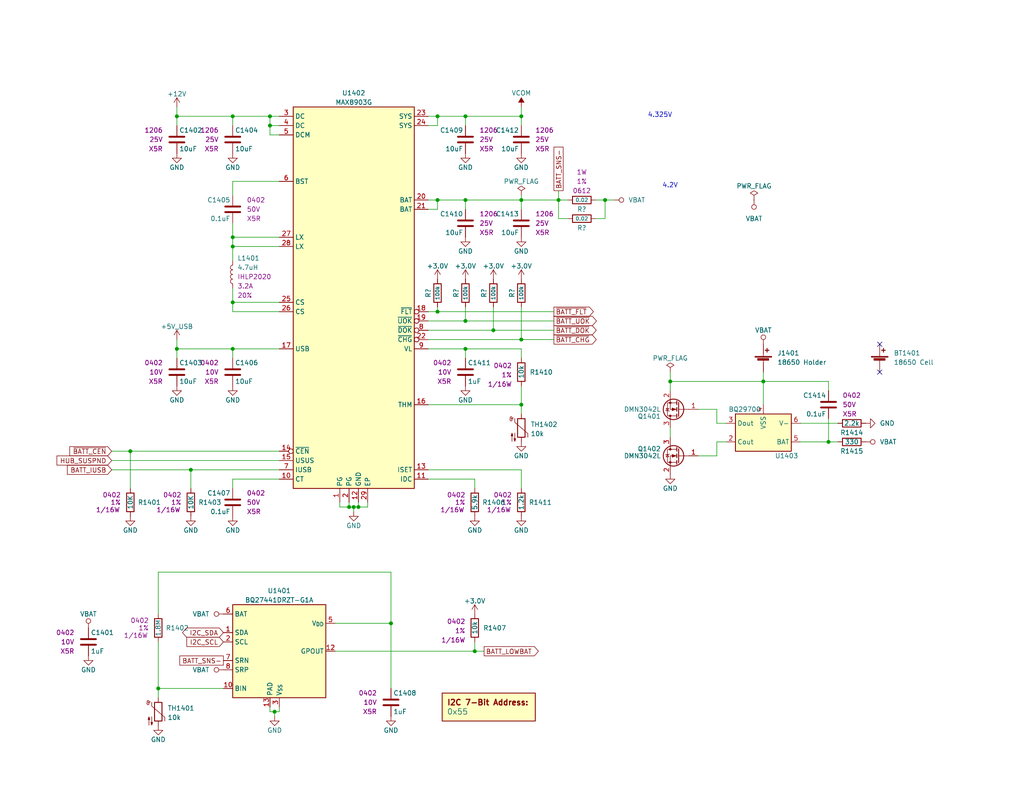
<source format=kicad_sch>
(kicad_sch (version 20231120) (generator "eeschema") (generator_version "8.0")
  (paper "A")
  (title_block (title "Thermal Camera") (date "2024-05-24") (rev "PRELIM") (company "Drew Maatman and Michael Laffin"))
  (junction (at 35.56 123.19))
  (junction (at 127 87.63))
  (junction (at 96.52 138.43))
  (junction (at 73.66 34.29))
  (junction (at 52.07 128.27))
  (junction (at 48.26 31.75))
  (junction (at 142.24 31.75))
  (junction (at 48.26 95.25))
  (junction (at 74.93 194.31))
  (junction (at 129.54 177.8))
  (junction (at 73.66 31.75))
  (junction (at 97.79 138.43))
  (junction (at 182.88 104.14))
  (junction (at 119.38 31.75))
  (junction (at 119.38 54.61))
  (junction (at 142.24 92.71))
  (junction (at 134.62 90.17))
  (junction (at 63.5 31.75))
  (junction (at 63.5 95.25))
  (junction (at 152.4 54.61))
  (junction (at 142.24 54.61))
  (junction (at 119.38 85.09))
  (junction (at 43.18 187.96))
  (junction (at 142.24 110.49))
  (junction (at 127 54.61))
  (junction (at 127 31.75))
  (junction (at 106.68 170.18))
  (junction (at 127 95.25))
  (junction (at 226.06 120.65))
  (junction (at 208.28 104.14))
  (junction (at 63.5 67.31))
  (junction (at 63.5 82.55))
  (junction (at 165.1 54.61))
  (junction (at 95.25 138.43))
  (junction (at 63.5 64.77))
  (no_connect (at 240.03 101.6))
  (no_connect (at 240.03 93.98))
  (wire (pts (xy 154.94 59.69) (xy 152.4 59.69)))
  (wire (pts (xy 119.38 31.75) (xy 119.38 34.29)))
  (wire (pts (xy 30.48 125.73) (xy 76.2 125.73)))
  (wire (pts (xy 30.48 128.27) (xy 52.07 128.27)))
  (wire (pts (xy 73.66 36.83) (xy 73.66 34.29)))
  (wire (pts (xy 142.24 92.71) (xy 151.13 92.71)))
  (wire (pts (xy 95.25 137.16) (xy 95.25 138.43)))
  (wire (pts (xy 134.62 90.17) (xy 151.13 90.17)))
  (wire (pts (xy 74.93 194.31) (xy 73.66 194.31)))
  (wire (pts (xy 76.2 85.09) (xy 63.5 85.09)))
  (wire (pts (xy 63.5 67.31) (xy 63.5 71.12)))
  (wire (pts (xy 129.54 177.8) (xy 132.08 177.8)))
  (wire (pts (xy 116.84 31.75) (xy 119.38 31.75)))
  (wire (pts (xy 208.28 104.14) (xy 226.06 104.14)))
  (wire (pts (xy 52.07 128.27) (xy 52.07 133.35)))
  (wire (pts (xy 127 54.61) (xy 142.24 54.61)))
  (wire (pts (xy 142.24 105.41) (xy 142.24 110.49)))
  (wire (pts (xy 76.2 193.04) (xy 76.2 194.31)))
  (wire (pts (xy 142.24 83.82) (xy 142.24 92.71)))
  (wire (pts (xy 76.2 130.81) (xy 63.5 130.81)))
  (wire (pts (xy 100.33 138.43) (xy 100.33 137.16)))
  (wire (pts (xy 48.26 31.75) (xy 48.26 34.29)))
  (wire (pts (xy 127 31.75) (xy 142.24 31.75)))
  (wire (pts (xy 218.44 120.65) (xy 226.06 120.65)))
  (wire (pts (xy 127 87.63) (xy 151.13 87.63)))
  (wire (pts (xy 76.2 31.75) (xy 73.66 31.75)))
  (wire (pts (xy 127 95.25) (xy 116.84 95.25)))
  (wire (pts (xy 182.88 101.6) (xy 182.88 104.14)))
  (wire (pts (xy 73.66 31.75) (xy 63.5 31.75)))
  (wire (pts (xy 195.58 120.65) (xy 195.58 124.46)))
  (wire (pts (xy 198.12 115.57) (xy 195.58 115.57)))
  (wire (pts (xy 195.58 115.57) (xy 195.58 111.76)))
  (wire (pts (xy 48.26 92.71) (xy 48.26 95.25)))
  (wire (pts (xy 96.52 138.43) (xy 97.79 138.43)))
  (wire (pts (xy 63.5 64.77) (xy 63.5 67.31)))
  (wire (pts (xy 142.24 29.21) (xy 142.24 31.75)))
  (wire (pts (xy 63.5 64.77) (xy 63.5 60.96)))
  (wire (pts (xy 142.24 53.34) (xy 142.24 54.61)))
  (wire (pts (xy 127 31.75) (xy 127 34.29)))
  (wire (pts (xy 152.4 52.07) (xy 152.4 54.61)))
  (wire (pts (xy 97.79 138.43) (xy 97.79 137.16)))
  (wire (pts (xy 76.2 36.83) (xy 73.66 36.83)))
  (wire (pts (xy 142.24 31.75) (xy 142.24 34.29)))
  (wire (pts (xy 116.84 57.15) (xy 119.38 57.15)))
  (wire (pts (xy 142.24 97.79) (xy 142.24 95.25)))
  (wire (pts (xy 92.71 138.43) (xy 95.25 138.43)))
  (wire (pts (xy 106.68 156.21) (xy 106.68 170.18)))
  (wire (pts (xy 116.84 54.61) (xy 119.38 54.61)))
  (wire (pts (xy 182.88 104.14) (xy 182.88 106.68)))
  (wire (pts (xy 162.56 59.69) (xy 165.1 59.69)))
  (wire (pts (xy 119.38 54.61) (xy 127 54.61)))
  (wire (pts (xy 63.5 31.75) (xy 63.5 34.29)))
  (wire (pts (xy 92.71 137.16) (xy 92.71 138.43)))
  (wire (pts (xy 76.2 194.31) (xy 74.93 194.31)))
  (wire (pts (xy 97.79 138.43) (xy 100.33 138.43)))
  (wire (pts (xy 116.84 92.71) (xy 142.24 92.71)))
  (wire (pts (xy 43.18 175.26) (xy 43.18 187.96)))
  (wire (pts (xy 43.18 187.96) (xy 60.96 187.96)))
  (wire (pts (xy 182.88 119.38) (xy 182.88 116.84)))
  (wire (pts (xy 226.06 120.65) (xy 228.6 120.65)))
  (wire (pts (xy 43.18 167.64) (xy 43.18 156.21)))
  (wire (pts (xy 96.52 139.7) (xy 96.52 138.43)))
  (wire (pts (xy 63.5 85.09) (xy 63.5 82.55)))
  (wire (pts (xy 218.44 115.57) (xy 228.6 115.57)))
  (wire (pts (xy 142.24 110.49) (xy 116.84 110.49)))
  (wire (pts (xy 76.2 128.27) (xy 52.07 128.27)))
  (wire (pts (xy 76.2 64.77) (xy 63.5 64.77)))
  (wire (pts (xy 162.56 54.61) (xy 165.1 54.61)))
  (wire (pts (xy 119.38 83.82) (xy 119.38 85.09)))
  (wire (pts (xy 190.5 124.46) (xy 195.58 124.46)))
  (wire (pts (xy 198.12 120.65) (xy 195.58 120.65)))
  (wire (pts (xy 142.24 110.49) (xy 142.24 113.03)))
  (wire (pts (xy 152.4 54.61) (xy 154.94 54.61)))
  (wire (pts (xy 129.54 175.26) (xy 129.54 177.8)))
  (wire (pts (xy 91.44 170.18) (xy 106.68 170.18)))
  (wire (pts (xy 63.5 67.31) (xy 76.2 67.31)))
  (wire (pts (xy 48.26 97.79) (xy 48.26 95.25)))
  (wire (pts (xy 134.62 83.82) (xy 134.62 90.17)))
  (wire (pts (xy 208.28 101.6) (xy 208.28 104.14)))
  (wire (pts (xy 142.24 54.61) (xy 152.4 54.61)))
  (wire (pts (xy 129.54 130.81) (xy 116.84 130.81)))
  (wire (pts (xy 119.38 85.09) (xy 151.13 85.09)))
  (wire (pts (xy 73.66 194.31) (xy 73.66 193.04)))
  (wire (pts (xy 63.5 95.25) (xy 76.2 95.25)))
  (wire (pts (xy 127 54.61) (xy 127 57.15)))
  (wire (pts (xy 165.1 54.61) (xy 167.64 54.61)))
  (wire (pts (xy 142.24 128.27) (xy 116.84 128.27)))
  (wire (pts (xy 226.06 106.68) (xy 226.06 104.14)))
  (wire (pts (xy 43.18 187.96) (xy 43.18 190.5)))
  (wire (pts (xy 30.48 123.19) (xy 35.56 123.19)))
  (wire (pts (xy 152.4 54.61) (xy 152.4 59.69)))
  (wire (pts (xy 142.24 133.35) (xy 142.24 128.27)))
  (wire (pts (xy 63.5 82.55) (xy 63.5 78.74)))
  (wire (pts (xy 73.66 34.29) (xy 73.66 31.75)))
  (wire (pts (xy 76.2 34.29) (xy 73.66 34.29)))
  (wire (pts (xy 127 97.79) (xy 127 95.25)))
  (wire (pts (xy 116.84 34.29) (xy 119.38 34.29)))
  (wire (pts (xy 76.2 49.53) (xy 63.5 49.53)))
  (wire (pts (xy 63.5 49.53) (xy 63.5 53.34)))
  (wire (pts (xy 142.24 54.61) (xy 142.24 57.15)))
  (wire (pts (xy 48.26 95.25) (xy 63.5 95.25)))
  (wire (pts (xy 119.38 54.61) (xy 119.38 57.15)))
  (wire (pts (xy 35.56 133.35) (xy 35.56 123.19)))
  (wire (pts (xy 116.84 85.09) (xy 119.38 85.09)))
  (wire (pts (xy 226.06 114.3) (xy 226.06 120.65)))
  (wire (pts (xy 142.24 95.25) (xy 127 95.25)))
  (wire (pts (xy 116.84 90.17) (xy 134.62 90.17)))
  (wire (pts (xy 96.52 138.43) (xy 95.25 138.43)))
  (wire (pts (xy 129.54 177.8) (xy 91.44 177.8)))
  (wire (pts (xy 208.28 110.49) (xy 208.28 104.14)))
  (wire (pts (xy 190.5 111.76) (xy 195.58 111.76)))
  (wire (pts (xy 208.28 104.14) (xy 182.88 104.14)))
  (wire (pts (xy 63.5 95.25) (xy 63.5 97.79)))
  (wire (pts (xy 43.18 156.21) (xy 106.68 156.21)))
  (wire (pts (xy 74.93 195.58) (xy 74.93 194.31)))
  (wire (pts (xy 129.54 133.35) (xy 129.54 130.81)))
  (wire (pts (xy 116.84 87.63) (xy 127 87.63)))
  (wire (pts (xy 48.26 29.21) (xy 48.26 31.75)))
  (wire (pts (xy 35.56 123.19) (xy 76.2 123.19)))
  (wire (pts (xy 165.1 54.61) (xy 165.1 59.69)))
  (wire (pts (xy 63.5 130.81) (xy 63.5 133.35)))
  (wire (pts (xy 76.2 82.55) (xy 63.5 82.55)))
  (wire (pts (xy 63.5 31.75) (xy 48.26 31.75)))
  (wire (pts (xy 119.38 31.75) (xy 127 31.75)))
  (wire (pts (xy 106.68 187.96) (xy 106.68 170.18)))
  (wire (pts (xy 127 83.82) (xy 127 87.63)))
  (text "4.325V" (at 180.086 31.496 0) (effects (font (size 1.27 1.27))))
  (text "4.2V" (at 182.8572 50.7222 0) (effects (font (size 1.27 1.27))))
  (global_label "BATT_LOWBAT" (shape output) (at 132.08 177.8 0) (property "Intersheetrefs" "${INTERSHEET_REFS}" (effects (hide yes))))
  (global_label "~{BATT_UOK}" (shape output) (at 151.13 87.63 0) (property "Intersheetrefs" "${INTERSHEET_REFS}" (effects (hide yes))))
  (global_label "~{BATT_FLT}" (shape output) (at 151.13 85.09 0) (property "Intersheetrefs" "${INTERSHEET_REFS}" (effects (hide yes))))
  (global_label "BATT_SNS-" (shape passive) (at 152.4 52.07 90) (property "Intersheetrefs" "${INTERSHEET_REFS}" (effects (hide yes))))
  (global_label "~{BATT_DOK}" (shape output) (at 151.13 90.17 0) (property "Intersheetrefs" "${INTERSHEET_REFS}" (effects (hide yes))))
  (global_label "I2C_SDA" (shape bidirectional) (at 60.96 172.72 180) (property "Intersheetrefs" "${INTERSHEET_REFS}" (effects (hide yes))))
  (global_label "I2C_SCL" (shape input) (at 60.96 175.26 180) (property "Intersheetrefs" "${INTERSHEET_REFS}" (effects (hide yes))))
  (global_label "BATT_SNS-" (shape passive) (at 60.96 180.34 180) (property "Intersheetrefs" "${INTERSHEET_REFS}" (effects (hide yes))))
  (global_label "~{BATT_CEN}" (shape input) (at 30.48 123.19 180) (property "Intersheetrefs" "${INTERSHEET_REFS}" (effects (hide yes))))
  (global_label "~{BATT_CHG}" (shape output) (at 151.13 92.71 0) (property "Intersheetrefs" "${INTERSHEET_REFS}" (effects (hide yes))))
  (global_label "HUB_SUSPND" (shape input) (at 30.48 125.73 180) (property "Intersheetrefs" "${INTERSHEET_REFS}" (effects (hide yes))))
  (global_label "BATT_IUSB" (shape input) (at 30.48 128.27 180) (property "Intersheetrefs" "${INTERSHEET_REFS}" (effects (hide yes))))
  (symbol (lib_id "Custom_Library:R_Custom") (at 129.54 137.16 0) (mirror y) (unit 1)
    (property "Reference" "R1406" (at 131.572 137.16 0) (effects (justify right)))
    (property "Value" "5.9k" (at 129.54 137.16 90))
    (property "Footprint" "Resistors_SMD:R_0402" (effects (hide yes)))
    (property "display_footprint" "0402" (at 127 135.128 0) (effects (justify left)))
    (property "Tolerance" "1%" (at 127 137.16 0) (effects (justify left)))
    (property "Wattage" "1/16W" (at 126.746 139.192 0) (effects (justify left)))
    (property "Digi-Key PN" "RMCF0402FT5K90CT-ND" (effects (hide yes)))
    (instances (project "Thermal_Camera" (path "" (reference "R1406") (unit 1))) (project "Analog_Clock" (path "" (reference "R?") (unit 1)) (path "" (reference "R?") (unit 1)) (path "" (reference "R?") (unit 1)) (path "" (reference "R?") (unit 1)) (path "" (reference "R?") (unit 1)) (path "" (reference "R?") (unit 1)) (path "" (reference "R?") (unit 1)) (path "" (reference "R?") (unit 1)) (path "" (reference "R?") (unit 1)) (path "" (reference "R?") (unit 1)) (path "" (reference "R?") (unit 1)) (path "" (reference "R?") (unit 1))) (project "USB_Hub" (path "" (reference "R?") (unit 1))))
  )
  (symbol (lib_id "power:GND") (at 96.52 139.7 0) (mirror y) (unit 1)
    (property "Reference" "#PWR?" (effects (hide yes)))
    (property "Value" "GND" (at 96.52 143.51 0))
    (instances (project "Analog_Clock" (path "" (reference "#PWR?") (unit 1))) (project "Nixie_Clock_Core" (path "" (reference "#PWR?") (unit 1))) (project "Thermal_Camera" (path "" (reference "#PWR01415") (unit 1))))
  )
  (symbol (lib_id "Battery_Management:BQ27441DRZT-G1A") (at 76.2 177.8 0) (unit 1)
    (property "Reference" "U1401" (at 76.2 161.29 0))
    (property "Value" "BQ27441DRZT-G1A" (at 76.2 163.83 0))
    (property "Footprint" "Package_SON:Texas_S-PDSO-N12" (effects (hide yes)))
    (property "Datasheet" "http://www.ti.com/lit/ds/symlink/bq27441-g1.pdf" (effects (hide yes)))
    (property "Digi-Key PN" "296-37271-1-ND" (effects (hide yes)))
  )
  (symbol (lib_id "Custom_Library:C_Custom") (at 226.06 110.49 0) (mirror y) (unit 1)
    (property "Reference" "C1414" (at 225.425 107.95 0) (effects (justify left)))
    (property "Value" "0.1uF" (at 225.425 113.03 0) (effects (justify left)))
    (property "Footprint" "Capacitors_SMD:C_0402" (effects (hide yes)))
    (property "Digi-Key PN" "490-10697-1-ND" (effects (hide yes)))
    (property "display_footprint" "0402" (at 229.87 107.95 0) (effects (justify right)))
    (property "Voltage" "50V" (at 229.87 110.49 0) (effects (justify right)))
    (property "Dielectric" "X5R" (at 229.87 113.03 0) (effects (justify right)))
    (instances (project "Thermal_Camera" (path "" (reference "C1414") (unit 1))) (project "LED_Panel_Controller" (path "" (reference "C?") (unit 1)) (path "" (reference "C?") (unit 1)) (path "" (reference "C?") (unit 1)) (path "" (reference "C?") (unit 1)) (path "" (reference "C?") (unit 1)) (path "" (reference "C?") (unit 1)) (path "" (reference "C?") (unit 1)) (path "" (reference "C?") (unit 1)) (path "" (reference "C?") (unit 1))) (project "USB_Hub" (path "" (reference "C?") (unit 1)) (path "" (reference "C?") (unit 1))))
  )
  (symbol (lib_id "Device:Thermistor_NTC") (at 43.18 194.31 0) (unit 1)
    (property "Reference" "TH1401" (at 45.72 193.3574 0) (effects (justify left)))
    (property "Value" "10k" (at 45.72 195.8974 0) (effects (justify left)))
    (property "Footprint" "Resistors_SMD:R_0402" (effects (hide yes)))
    (property "Description" "Temperature dependent resistor, negative temperature coefficient" (effects (hide yes)))
    (property "Digi-Key PN" "445-174911-1-ND" (effects (hide yes)))
    (property "display_footprint" "0402 " (effects (hide yes)))
  )
  (symbol (lib_id "Custom_Library:C_Custom") (at 48.26 101.6 0) (unit 1)
    (property "Reference" "C1403" (at 48.895 99.06 0) (effects (justify left)))
    (property "Value" "10uF" (at 48.895 104.14 0) (effects (justify left)))
    (property "Footprint" "Capacitors_SMD:C_0402" (effects (hide yes)))
    (property "display_footprint" "0402" (at 44.45 99.06 0) (effects (justify right)))
    (property "Voltage" "10V" (at 44.45 101.6 0) (effects (justify right)))
    (property "Dielectric" "X5R" (at 44.45 104.14 0) (effects (justify right)))
    (property "Digi-Key PN" "490-GRM155R61A106ME11DCT-ND" (effects (hide yes)))
    (instances (project "Thermal_Camera" (path "" (reference "C1403") (unit 1))) (project "USB_Hub" (path "" (reference "C?") (unit 1))) (project "Pulse_Oximeter" (path "" (reference "C?") (unit 1)) (path "" (reference "C?") (unit 1)) (path "" (reference "C?") (unit 1)) (path "" (reference "C?") (unit 1)) (path "" (reference "C?") (unit 1)) (path "" (reference "C?") (unit 1)) (path "" (reference "C?") (unit 1)) (path "" (reference "C?") (unit 1))))
  )
  (symbol (lib_id "power:GND") (at 182.88 129.54 0) (unit 1)
    (property "Reference" "#PWR01432" (effects (hide yes)))
    (property "Value" "GND" (at 182.88 133.35 0))
  )
  (symbol (lib_id "Custom_Library:R_Custom") (at 232.41 115.57 90) (unit 1)
    (property "Reference" "R1414" (at 232.41 118.11 90))
    (property "Value" "2.2k" (at 232.41 115.57 90))
    (property "Footprint" "Resistors_SMD:R_0402" (effects (hide yes)))
    (property "display_footprint" "0402" (effects (hide yes)))
    (property "Tolerance" "1%" (effects (hide yes)))
    (property "Wattage" "1/16W" (effects (hide yes)))
    (property "Digi-Key PN" "RMCF0402FT2K20CT-ND" (effects (hide yes)))
    (instances (project "Thermal_Camera" (path "" (reference "R1414") (unit 1))) (project "Analog_Clock" (path "" (reference "R?") (unit 1)) (path "" (reference "R?") (unit 1)) (path "" (reference "R?") (unit 1)) (path "" (reference "R?") (unit 1))) (project "USB_Hub" (path "" (reference "R?") (unit 1))))
  )
  (symbol (lib_id "Custom_Library:C_Custom") (at 127 38.1 0) (mirror y) (unit 1)
    (property "Reference" "C1409" (at 126.365 35.56 0) (effects (justify left)))
    (property "Value" "10uF" (at 126.365 40.64 0) (effects (justify left)))
    (property "Footprint" "Capacitors_SMD:C_1206" (effects (hide yes)))
    (property "display_footprint" "1206" (at 130.81 35.56 0) (effects (justify right)))
    (property "Voltage" "25V" (at 130.81 38.1 0) (effects (justify right)))
    (property "Dielectric" "X5R" (at 130.81 40.64 0) (effects (justify right)))
    (property "Digi-Key PN" "399-8153-1-ND" (effects (hide yes)))
    (instances (project "Thermal_Camera" (path "" (reference "C1409") (unit 1))) (project "LED_Panel_Controller" (path "" (reference "C?") (unit 1)) (path "" (reference "C?") (unit 1)) (path "" (reference "C?") (unit 1)) (path "" (reference "C?") (unit 1)) (path "" (reference "C?") (unit 1))) (project "USB_Hub" (path "" (reference "C?") (unit 1))))
  )
  (symbol (lib_id "Custom Library:+3.0V") (at 119.38 76.2 0) (unit 1)
    (property "Reference" "#PWR01417" (effects (hide yes)))
    (property "Value" "+3.0V" (at 119.38 72.644 0))
  )
  (symbol (lib_id "power:GND") (at 142.24 120.65 0) (mirror y) (unit 1)
    (property "Reference" "#PWR01429" (effects (hide yes)))
    (property "Value" "GND" (at 142.24 124.46 0))
  )
  (symbol (lib_id "power:GND") (at 43.18 198.12 0) (mirror y) (unit 1)
    (property "Reference" "#PWR01404" (effects (hide yes)))
    (property "Value" "GND" (at 43.18 201.93 0))
  )
  (symbol (lib_id "Device:Battery_Cell") (at 208.28 99.06 0) (unit 1)
    (property "Reference" "J1401" (at 212.09 96.393 0) (effects (justify left)))
    (property "Value" "18650 Holder" (at 212.09 98.933 0) (effects (justify left)))
    (property "Footprint" "Battery:BatteryHolder_MPD_BH-18650-PC2" (effects (hide yes)))
    (property "Digi-Key PN" "BK-18650-PC2-ND" (effects (hide yes)))
  )
  (symbol (lib_id "Device:Thermistor_NTC") (at 142.24 116.84 0) (unit 1)
    (property "Reference" "TH1402" (at 144.78 115.8874 0) (effects (justify left)))
    (property "Value" "10k" (at 144.78 118.4274 0) (effects (justify left)))
    (property "Footprint" "Resistors_SMD:R_0402" (effects (hide yes)))
    (property "Description" "Temperature dependent resistor, negative temperature coefficient" (effects (hide yes)))
    (property "Digi-Key PN" "445-174911-1-ND" (effects (hide yes)))
    (property "display_footprint" "0402 " (effects (hide yes)))
  )
  (symbol (lib_id "power:GND") (at 63.5 140.97 0) (mirror y) (unit 1)
    (property "Reference" "#PWR?" (effects (hide yes)))
    (property "Value" "GND" (at 63.5 144.78 0))
    (instances (project "Analog_Clock" (path "" (reference "#PWR?") (unit 1))) (project "Nixie_Clock_Core" (path "" (reference "#PWR?") (unit 1))) (project "Thermal_Camera" (path "" (reference "#PWR01413") (unit 1))))
  )
  (symbol (lib_id "Custom_Library:C_Custom") (at 63.5 137.16 0) (mirror y) (unit 1)
    (property "Reference" "C1407" (at 62.865 134.62 0) (effects (justify left)))
    (property "Value" "0.1uF" (at 62.865 139.7 0) (effects (justify left)))
    (property "Footprint" "Capacitors_SMD:C_0402" (effects (hide yes)))
    (property "Digi-Key PN" "490-10697-1-ND" (effects (hide yes)))
    (property "display_footprint" "0402" (at 67.31 134.62 0) (effects (justify right)))
    (property "Voltage" "50V" (at 67.31 137.16 0) (effects (justify right)))
    (property "Dielectric" "X5R" (at 67.31 139.7 0) (effects (justify right)))
  )
  (symbol (lib_id "Custom_Library:C_Custom") (at 142.24 60.96 0) (mirror y) (unit 1)
    (property "Reference" "C1413" (at 141.605 58.42 0) (effects (justify left)))
    (property "Value" "10uF" (at 141.605 63.5 0) (effects (justify left)))
    (property "Footprint" "Capacitors_SMD:C_1206" (effects (hide yes)))
    (property "display_footprint" "1206" (at 146.05 58.42 0) (effects (justify right)))
    (property "Voltage" "25V" (at 146.05 60.96 0) (effects (justify right)))
    (property "Dielectric" "X5R" (at 146.05 63.5 0) (effects (justify right)))
    (property "Digi-Key PN" "399-8153-1-ND" (effects (hide yes)))
    (instances (project "Thermal_Camera" (path "" (reference "C1413") (unit 1))) (project "LED_Panel_Controller" (path "" (reference "C?") (unit 1)) (path "" (reference "C?") (unit 1)) (path "" (reference "C?") (unit 1)) (path "" (reference "C?") (unit 1)) (path "" (reference "C?") (unit 1))) (project "USB_Hub" (path "" (reference "C?") (unit 1))))
  )
  (symbol (lib_id "Custom_Library:C_Custom") (at 48.26 38.1 0) (unit 1)
    (property "Reference" "C1402" (at 48.895 35.56 0) (effects (justify left)))
    (property "Value" "10uF" (at 48.895 40.64 0) (effects (justify left)))
    (property "Footprint" "Capacitors_SMD:C_1206" (effects (hide yes)))
    (property "display_footprint" "1206" (at 44.45 35.56 0) (effects (justify right)))
    (property "Voltage" "25V" (at 44.45 38.1 0) (effects (justify right)))
    (property "Dielectric" "X5R" (at 44.45 40.64 0) (effects (justify right)))
    (property "Digi-Key PN" "399-8153-1-ND" (effects (hide yes)))
    (instances (project "Thermal_Camera" (path "" (reference "C1402") (unit 1))) (project "LED_Panel_Controller" (path "" (reference "C?") (unit 1)) (path "" (reference "C?") (unit 1)) (path "" (reference "C?") (unit 1)) (path "" (reference "C?") (unit 1)) (path "" (reference "C?") (unit 1))) (project "USB_Hub" (path "" (reference "C?") (unit 1))))
  )
  (symbol (lib_id "power:GND") (at 127 41.91 0) (mirror y) (unit 1)
    (property "Reference" "#PWR01418" (effects (hide yes)))
    (property "Value" "GND" (at 127 45.72 0))
    (instances (project "Thermal_Camera" (path "" (reference "#PWR01418") (unit 1))) (project "LED_Panel_Controller" (path "" (reference "#PWR?") (unit 1)) (path "" (reference "#PWR?") (unit 1)) (path "" (reference "#PWR?") (unit 1)) (path "" (reference "#PWR?") (unit 1)) (path "" (reference "#PWR?") (unit 1))) (project "USB_Hub" (path "" (reference "#PWR?") (unit 1))))
  )
  (symbol (lib_id "Transistor_FET:DMN3042L") (at 185.42 111.76 180) (unit 1)
    (property "Reference" "Q1401" (at 180.34 113.665 0) (effects (justify left)))
    (property "Value" "DMN3042L" (at 180.34 111.76 0) (effects (justify left)))
    (property "Footprint" "Package_TO_SOT_SMD:SOT-23" (effects (hide yes)))
    (property "Datasheet" "http://www.diodes.com/assets/Datasheets/DMN3042L.pdf" (effects (hide yes)))
    (property "Description" "5.8A Id, 30V Vds, N-Channel MOSFET, SOT-23" (effects (hide yes)))
    (property "Digi-Key PN" "DMN3042L-7DICT-ND" (effects (hide yes)))
  )
  (symbol (lib_id "Custom_Library:C_Custom") (at 127 101.6 0) (unit 1)
    (property "Reference" "C1411" (at 127.635 99.06 0) (effects (justify left)))
    (property "Value" "1uF" (at 127.635 104.14 0) (effects (justify left)))
    (property "Footprint" "Capacitors_SMD:C_0402" (effects (hide yes)))
    (property "display_footprint" "0402" (at 123.19 99.06 0) (effects (justify right)))
    (property "Voltage" "10V" (at 123.19 101.6 0) (effects (justify right)))
    (property "Dielectric" "X5R" (at 123.19 104.14 0) (effects (justify right)))
    (property "Digi-Key PN" "311-1439-1-ND" (effects (hide yes)))
    (instances (project "Thermal_Camera" (path "" (reference "C1411") (unit 1))) (project "USB_Hub" (path "" (reference "C?") (unit 1))) (project "Pulse_Oximeter" (path "" (reference "C?") (unit 1)) (path "" (reference "C?") (unit 1)) (path "" (reference "C?") (unit 1)) (path "" (reference "C?") (unit 1)) (path "" (reference "C?") (unit 1)) (path "" (reference "C?") (unit 1)) (path "" (reference "C?") (unit 1)) (path "" (reference "C?") (unit 1))))
  )
  (symbol (lib_id "power:PWR_FLAG") (at 205.74 54.61 0) (unit 1)
    (property "Reference" "#FLG01403" (effects (hide yes)))
    (property "Value" "PWR_FLAG" (at 205.74 50.8 0))
    (property "Description" "Special symbol for telling ERC where power comes from" (effects (hide yes)))
  )
  (symbol (lib_id "power:PWR_FLAG") (at 182.88 101.6 0) (unit 1)
    (property "Reference" "#FLG01402" (effects (hide yes)))
    (property "Value" "PWR_FLAG" (at 182.88 97.79 0))
    (property "Description" "Special symbol for telling ERC where power comes from" (effects (hide yes)))
  )
  (symbol (lib_id "Transistor_FET:DMN3042L") (at 185.42 124.46 0) (mirror y) (unit 1)
    (property "Reference" "Q1402" (at 180.34 122.555 0) (effects (justify left)))
    (property "Value" "DMN3042L" (at 180.34 124.46 0) (effects (justify left)))
    (property "Footprint" "Package_TO_SOT_SMD:SOT-23" (effects (hide yes)))
    (property "Datasheet" "http://www.diodes.com/assets/Datasheets/DMN3042L.pdf" (effects (hide yes)))
    (property "Description" "5.8A Id, 30V Vds, N-Channel MOSFET, SOT-23" (effects (hide yes)))
    (property "Digi-Key PN" "DMN3042L-7DICT-ND" (effects (hide yes)))
  )
  (symbol (lib_id "Custom Library:MAX8903") (at 96.52 82.55 0) (unit 1)
    (property "Reference" "U1402" (at 96.52 25.4 0))
    (property "Value" "MAX8903G" (at 96.52 27.94 0))
    (property "Footprint" "Package_DFN_QFN:QFN-28-1EP_4x4mm_P0.4mm_EP2.6x2.6mm" (effects (hide yes)))
    (property "Datasheet" "https://www.analog.com/media/en/technical-documentation/data-sheets/MAX8903-MAX8903Y.pdf" (effects (hide yes)))
    (property "Digi-Key PN" "MAX8903GETI+-ND" (effects (hide yes)))
  )
  (symbol (lib_id "Custom_Library:R_Custom") (at 119.38 80.01 0) (mirror y) (unit 1)
    (property "Reference" "R?" (at 116.84 80.01 90))
    (property "Value" "100k" (at 119.38 80.01 90) (effects (font (size 1.016 1.016))))
    (property "Footprint" "Resistors_SMD:R_0402" (effects (hide yes)))
    (property "display_footprint" "0402" (effects (hide yes)))
    (property "Tolerance" "1%" (effects (hide yes)))
    (property "Wattage" "1/16W" (effects (hide yes)))
    (property "Digi-Key PN" "RMCF0402FT100KCT-ND" (effects (hide yes)))
    (instances (project "Analog_Clock" (path "" (reference "R?") (unit 1)) (path "" (reference "R?") (unit 1))) (project "Nixie_Clock_Core" (path "" (reference "R?") (unit 1))) (project "Thermal_Camera" (path "" (reference "R1404") (unit 1))))
  )
  (symbol (lib_id "power:GND") (at 127 64.77 0) (mirror y) (unit 1)
    (property "Reference" "#PWR01419" (effects (hide yes)))
    (property "Value" "GND" (at 127 68.58 0))
    (instances (project "Thermal_Camera" (path "" (reference "#PWR01419") (unit 1))) (project "LED_Panel_Controller" (path "" (reference "#PWR?") (unit 1)) (path "" (reference "#PWR?") (unit 1)) (path "" (reference "#PWR?") (unit 1)) (path "" (reference "#PWR?") (unit 1)) (path "" (reference "#PWR?") (unit 1))) (project "USB_Hub" (path "" (reference "#PWR?") (unit 1))))
  )
  (symbol (lib_id "Custom Library:VBAT") (at 236.22 120.65 270) (unit 1)
    (property "Reference" "#PWR01436" (effects (hide yes)))
    (property "Value" "VBAT" (at 240.03 120.65 90) (effects (justify left)))
  )
  (symbol (lib_id "Custom Library:VBAT") (at 24.13 171.45 0) (unit 1)
    (property "Reference" "#PWR01401" (effects (hide yes)))
    (property "Value" "VBAT" (at 24.13 167.64 0))
  )
  (symbol (lib_id "Custom_Library:R_Custom") (at 43.18 171.45 0) (mirror y) (unit 1)
    (property "Reference" "R1402" (at 45.212 171.45 0) (effects (justify right)))
    (property "Value" "1.8M" (at 43.18 171.45 90))
    (property "Footprint" "Resistors_SMD:R_0402" (effects (hide yes)))
    (property "display_footprint" "0402" (at 40.64 169.418 0) (effects (justify left)))
    (property "Tolerance" "1%" (at 40.64 171.45 0) (effects (justify left)))
    (property "Wattage" "1/16W" (at 40.386 173.482 0) (effects (justify left)))
    (property "Digi-Key PN" "RMCF0402FT1M80CT-ND" (effects (hide yes)))
    (instances (project "Thermal_Camera" (path "" (reference "R1402") (unit 1))) (project "Analog_Clock" (path "" (reference "R?") (unit 1)) (path "" (reference "R?") (unit 1)) (path "" (reference "R?") (unit 1)) (path "" (reference "R?") (unit 1)) (path "" (reference "R?") (unit 1)) (path "" (reference "R?") (unit 1)) (path "" (reference "R?") (unit 1)) (path "" (reference "R?") (unit 1)) (path "" (reference "R?") (unit 1)) (path "" (reference "R?") (unit 1)) (path "" (reference "R?") (unit 1)) (path "" (reference "R?") (unit 1))) (project "USB_Hub" (path "" (reference "R?") (unit 1))))
  )
  (symbol (lib_id "Custom Library:+3.0V") (at 127 76.2 0) (unit 1)
    (property "Reference" "#PWR01420" (effects (hide yes)))
    (property "Value" "+3.0V" (at 127 72.644 0))
  )
  (symbol (lib_id "Custom_Library:C_Custom") (at 63.5 101.6 0) (unit 1)
    (property "Reference" "C1406" (at 64.135 99.06 0) (effects (justify left)))
    (property "Value" "10uF" (at 64.135 104.14 0) (effects (justify left)))
    (property "Footprint" "Capacitors_SMD:C_0402" (effects (hide yes)))
    (property "display_footprint" "0402" (at 59.69 99.06 0) (effects (justify right)))
    (property "Voltage" "10V" (at 59.69 101.6 0) (effects (justify right)))
    (property "Dielectric" "X5R" (at 59.69 104.14 0) (effects (justify right)))
    (property "Digi-Key PN" "490-GRM155R61A106ME11DCT-ND" (effects (hide yes)))
    (instances (project "Thermal_Camera" (path "" (reference "C1406") (unit 1))) (project "USB_Hub" (path "" (reference "C?") (unit 1))) (project "Pulse_Oximeter" (path "" (reference "C?") (unit 1)) (path "" (reference "C?") (unit 1)) (path "" (reference "C?") (unit 1)) (path "" (reference "C?") (unit 1)) (path "" (reference "C?") (unit 1)) (path "" (reference "C?") (unit 1)) (path "" (reference "C?") (unit 1)) (path "" (reference "C?") (unit 1))))
  )
  (symbol (lib_id "Custom_Library:R_Custom") (at 142.24 101.6 0) (mirror y) (unit 1)
    (property "Reference" "R1410" (at 144.526 101.6 0) (effects (justify right)))
    (property "Value" "10k" (at 142.24 103.378 90) (effects (justify left)))
    (property "Footprint" "Resistors_SMD:R_0402" (effects (hide yes)))
    (property "display_footprint" "0402" (at 139.7 99.822 0) (effects (justify left)))
    (property "Tolerance" "1%" (at 139.7 102.362 0) (effects (justify left)))
    (property "Wattage" "1/16W" (at 139.7 104.902 0) (effects (justify left)))
    (property "Digi-Key PN" "RMCF0402FT10K0CT-ND" (effects (hide yes)))
    (instances (project "Thermal_Camera" (path "" (reference "R1410") (unit 1))) (project "Analog_Clock" (path "" (reference "R?") (unit 1)) (path "" (reference "R?") (unit 1)) (path "" (reference "R?") (unit 1)) (path "" (reference "R?") (unit 1))) (project "USB_Hub" (path "" (reference "R?") (unit 1))))
  )
  (symbol (lib_id "Custom Library:+5V_USB") (at 48.26 92.71 0) (unit 1)
    (property "Reference" "#PWR01407" (effects (hide yes)))
    (property "Value" "+5V_USB" (at 48.26 89.154 0))
  )
  (symbol (lib_id "Battery_Management:BQ297xy") (at 208.28 118.11 180) (unit 1)
    (property "Reference" "U1403" (at 214.63 124.46 0))
    (property "Value" "BQ29700" (at 203.2 111.76 0))
    (property "Footprint" "Package_SON:WSON-6_1.5x1.5mm_P0.5mm" (effects (hide yes)))
    (property "Datasheet" "http://www.ti.com/lit/ds/symlink/bq2970.pdf" (effects (hide yes)))
    (property "Digi-Key PN" "296-43985-1-ND" (effects (hide yes)))
  )
  (symbol (lib_id "power:GND") (at 24.13 179.07 0) (unit 1)
    (property "Reference" "#PWR01402" (effects (hide yes)))
    (property "Value" "GND" (at 24.13 182.88 0))
    (instances (project "Thermal_Camera" (path "" (reference "#PWR01402") (unit 1))) (project "USB_Hub" (path "" (reference "#PWR?") (unit 1))) (project "Pulse_Oximeter" (path "" (reference "#PWR?") (unit 1))))
  )
  (symbol (lib_id "Custom_Library:R_Custom") (at 158.75 59.69 90) (unit 1)
    (property "Reference" "R?" (at 158.75 62.23 90))
    (property "Value" "0.02" (at 158.75 59.69 90) (effects (font (size 1.016 1.016))))
    (property "Footprint" "Resistors_SMD:R_0612" (effects (hide yes)))
    (property "Digi-Key PN" "P16010CT-ND" (effects (hide yes)))
    (property "display_footprint" "0612" (effects (hide yes)))
    (property "Tolerance" "1%" (effects (hide yes)))
    (property "Wattage" "1W" (effects (hide yes)))
    (instances (project "Nixie_Clock_Core" (path "" (reference "R?") (unit 1)) (path "" (reference "R?") (unit 1))) (project "LED_Panel_Controller" (path "" (reference "R?") (unit 1)) (path "" (reference "R?") (unit 1)) (path "" (reference "R?") (unit 1)) (path "" (reference "R?") (unit 1)) (path "" (reference "R?") (unit 1)) (path "" (reference "R?") (unit 1)) (path "" (reference "R?") (unit 1)) (path "" (reference "R?") (unit 1)) (path "" (reference "R?") (unit 1))) (project "Thermal_Camera" (path "" (reference "R1413") (unit 1))))
  )
  (symbol (lib_id "power:GND") (at 106.68 195.58 0) (unit 1)
    (property "Reference" "#PWR01416" (effects (hide yes)))
    (property "Value" "GND" (at 106.68 199.39 0))
    (instances (project "Thermal_Camera" (path "" (reference "#PWR01416") (unit 1))) (project "USB_Hub" (path "" (reference "#PWR?") (unit 1))) (project "Pulse_Oximeter" (path "" (reference "#PWR?") (unit 1))))
  )
  (symbol (lib_id "Custom Library:VBAT") (at 208.28 93.98 0) (unit 1)
    (property "Reference" "#PWR01434" (effects (hide yes)))
    (property "Value" "VBAT" (at 208.28 90.17 0))
  )
  (symbol (lib_id "power:GND") (at 63.5 41.91 0) (unit 1)
    (property "Reference" "#PWR01411" (effects (hide yes)))
    (property "Value" "GND" (at 63.5 45.72 0))
    (instances (project "Thermal_Camera" (path "" (reference "#PWR01411") (unit 1))) (project "LED_Panel_Controller" (path "" (reference "#PWR?") (unit 1)) (path "" (reference "#PWR?") (unit 1)) (path "" (reference "#PWR?") (unit 1)) (path "" (reference "#PWR?") (unit 1)) (path "" (reference "#PWR?") (unit 1))) (project "USB_Hub" (path "" (reference "#PWR?") (unit 1))))
  )
  (symbol (lib_id "Custom_Library:R_Custom") (at 158.75 54.61 90) (unit 1)
    (property "Reference" "R?" (at 158.75 57.15 90))
    (property "Value" "0.02" (at 158.75 54.61 90) (effects (font (size 1.016 1.016))))
    (property "Footprint" "Resistors_SMD:R_0612" (effects (hide yes)))
    (property "Digi-Key PN" "P16010CT-ND" (effects (hide yes)))
    (property "display_footprint" "0612" (at 158.75 52.07 90))
    (property "Tolerance" "1%" (at 158.75 49.53 90))
    (property "Wattage" "1W" (at 158.75 46.99 90))
    (instances (project "Nixie_Clock_Core" (path "" (reference "R?") (unit 1)) (path "" (reference "R?") (unit 1))) (project "LED_Panel_Controller" (path "" (reference "R?") (unit 1)) (path "" (reference "R?") (unit 1)) (path "" (reference "R?") (unit 1)) (path "" (reference "R?") (unit 1)) (path "" (reference "R?") (unit 1)) (path "" (reference "R?") (unit 1)) (path "" (reference "R?") (unit 1)) (path "" (reference "R?") (unit 1)) (path "" (reference "R?") (unit 1))) (project "Thermal_Camera" (path "" (reference "R1412") (unit 1))))
  )
  (symbol (lib_id "power:GND") (at 48.26 105.41 0) (unit 1)
    (property "Reference" "#PWR01408" (effects (hide yes)))
    (property "Value" "GND" (at 48.26 109.22 0))
    (instances (project "Thermal_Camera" (path "" (reference "#PWR01408") (unit 1))) (project "USB_Hub" (path "" (reference "#PWR?") (unit 1))) (project "Pulse_Oximeter" (path "" (reference "#PWR?") (unit 1))))
  )
  (symbol (lib_id "Custom_Library:L_Custom") (at 63.5 74.93 180) (unit 1)
    (property "Reference" "L1401" (at 64.77 70.485 0) (effects (justify right)))
    (property "Value" "4.7uH" (at 64.77 73.025 0) (effects (justify right)))
    (property "Footprint" "Inductors_SMD:L_Vishay_IHLP-2020" (effects (hide yes)))
    (property "display_footprint" "IHLP2020" (at 64.77 75.565 0) (effects (justify right)))
    (property "Ampacity" "3.2A" (at 64.77 78.105 0) (effects (justify right)))
    (property "Tolerance" "20%" (at 64.77 80.645 0) (effects (justify right)))
    (property "Digi-Key PN" "541-1222-1-ND" (effects (hide yes)))
    (instances (project "Thermal_Camera" (path "" (reference "L1401") (unit 1))) (project "LED_Panel_Controller" (path "" (reference "L?") (unit 1)) (path "" (reference "L?") (unit 1))) (project "USB_Hub" (path "" (reference "L?") (unit 1))))
  )
  (symbol (lib_id "Custom_Library:C_Custom") (at 63.5 57.15 0) (mirror y) (unit 1)
    (property "Reference" "C1405" (at 62.865 54.61 0) (effects (justify left)))
    (property "Value" "0.1uF" (at 62.865 59.69 0) (effects (justify left)))
    (property "Footprint" "Capacitors_SMD:C_0402" (effects (hide yes)))
    (property "Digi-Key PN" "490-10697-1-ND" (effects (hide yes)))
    (property "display_footprint" "0402" (at 67.31 54.61 0) (effects (justify right)))
    (property "Voltage" "50V" (at 67.31 57.15 0) (effects (justify right)))
    (property "Dielectric" "X5R" (at 67.31 59.69 0) (effects (justify right)))
    (instances (project "Thermal_Camera" (path "" (reference "C1405") (unit 1))) (project "LED_Panel_Controller" (path "" (reference "C?") (unit 1)) (path "" (reference "C?") (unit 1)) (path "" (reference "C?") (unit 1)) (path "" (reference "C?") (unit 1)) (path "" (reference "C?") (unit 1)) (path "" (reference "C?") (unit 1)) (path "" (reference "C?") (unit 1)) (path "" (reference "C?") (unit 1)) (path "" (reference "C?") (unit 1))) (project "USB_Hub" (path "" (reference "C?") (unit 1)) (path "" (reference "C?") (unit 1))))
  )
  (symbol (lib_id "power:GND") (at 63.5 105.41 0) (unit 1)
    (property "Reference" "#PWR01412" (effects (hide yes)))
    (property "Value" "GND" (at 63.5 109.22 0))
    (instances (project "Thermal_Camera" (path "" (reference "#PWR01412") (unit 1))) (project "USB_Hub" (path "" (reference "#PWR?") (unit 1))) (project "Pulse_Oximeter" (path "" (reference "#PWR?") (unit 1))))
  )
  (symbol (lib_id "power:PWR_FLAG") (at 142.24 53.34 0) (unit 1)
    (property "Reference" "#FLG01401" (effects (hide yes)))
    (property "Value" "PWR_FLAG" (at 142.24 49.53 0))
    (property "Description" "Special symbol for telling ERC where power comes from" (effects (hide yes)))
  )
  (symbol (lib_id "Custom_Library:C_Custom") (at 63.5 38.1 0) (unit 1)
    (property "Reference" "C1404" (at 64.135 35.56 0) (effects (justify left)))
    (property "Value" "10uF" (at 64.135 40.64 0) (effects (justify left)))
    (property "Footprint" "Capacitors_SMD:C_1206" (effects (hide yes)))
    (property "display_footprint" "1206" (at 59.69 35.56 0) (effects (justify right)))
    (property "Voltage" "25V" (at 59.69 38.1 0) (effects (justify right)))
    (property "Dielectric" "X5R" (at 59.69 40.64 0) (effects (justify right)))
    (property "Digi-Key PN" "399-8153-1-ND" (effects (hide yes)))
    (instances (project "Thermal_Camera" (path "" (reference "C1404") (unit 1))) (project "LED_Panel_Controller" (path "" (reference "C?") (unit 1)) (path "" (reference "C?") (unit 1)) (path "" (reference "C?") (unit 1)) (path "" (reference "C?") (unit 1)) (path "" (reference "C?") (unit 1))) (project "USB_Hub" (path "" (reference "C?") (unit 1))))
  )
  (symbol (lib_id "power:GND") (at 52.07 140.97 0) (mirror y) (unit 1)
    (property "Reference" "#PWR?" (effects (hide yes)))
    (property "Value" "GND" (at 52.07 144.78 0))
    (instances (project "Analog_Clock" (path "" (reference "#PWR?") (unit 1))) (project "Nixie_Clock_Core" (path "" (reference "#PWR?") (unit 1))) (project "Thermal_Camera" (path "" (reference "#PWR01409") (unit 1))))
  )
  (symbol (lib_id "Custom_Library:R_Custom") (at 127 80.01 0) (mirror y) (unit 1)
    (property "Reference" "R?" (at 124.46 80.01 90))
    (property "Value" "100k" (at 127 80.01 90) (effects (font (size 1.016 1.016))))
    (property "Footprint" "Resistors_SMD:R_0402" (effects (hide yes)))
    (property "display_footprint" "0402" (effects (hide yes)))
    (property "Tolerance" "1%" (effects (hide yes)))
    (property "Wattage" "1/16W" (effects (hide yes)))
    (property "Digi-Key PN" "RMCF0402FT100KCT-ND" (effects (hide yes)))
    (instances (project "Analog_Clock" (path "" (reference "R?") (unit 1)) (path "" (reference "R?") (unit 1))) (project "Nixie_Clock_Core" (path "" (reference "R?") (unit 1))) (project "Thermal_Camera" (path "" (reference "R1405") (unit 1))))
  )
  (symbol (lib_id "Custom Library:VBAT") (at 167.64 54.61 270) (unit 1)
    (property "Reference" "#PWR01431" (effects (hide yes)))
    (property "Value" "VBAT" (at 171.45 54.61 90) (effects (justify left)))
  )
  (symbol (lib_id "power:GND") (at 142.24 64.77 0) (mirror y) (unit 1)
    (property "Reference" "#PWR01427" (effects (hide yes)))
    (property "Value" "GND" (at 142.24 68.58 0))
    (instances (project "Thermal_Camera" (path "" (reference "#PWR01427") (unit 1))) (project "LED_Panel_Controller" (path "" (reference "#PWR?") (unit 1)) (path "" (reference "#PWR?") (unit 1)) (path "" (reference "#PWR?") (unit 1)) (path "" (reference "#PWR?") (unit 1)) (path "" (reference "#PWR?") (unit 1))) (project "USB_Hub" (path "" (reference "#PWR?") (unit 1))))
  )
  (symbol (lib_id "Custom_Library:R_Custom") (at 232.41 120.65 90) (unit 1)
    (property "Reference" "R1415" (at 232.41 123.19 90))
    (property "Value" "330" (at 232.41 120.65 90))
    (property "Footprint" "Resistors_SMD:R_0402" (effects (hide yes)))
    (property "display_footprint" "0402" (effects (hide yes)))
    (property "Tolerance" "1%" (effects (hide yes)))
    (property "Wattage" "1/16W" (effects (hide yes)))
    (property "Digi-Key PN" "RMCF0402FT330RCT-ND" (effects (hide yes)))
    (instances (project "Thermal_Camera" (path "" (reference "R1415") (unit 1))) (project "Analog_Clock" (path "" (reference "R?") (unit 1)) (path "" (reference "R?") (unit 1)) (path "" (reference "R?") (unit 1)) (path "" (reference "R?") (unit 1))) (project "USB_Hub" (path "" (reference "R?") (unit 1))))
  )
  (symbol (lib_id "Custom Library:+3.0V") (at 142.24 76.2 0) (unit 1)
    (property "Reference" "#PWR01428" (effects (hide yes)))
    (property "Value" "+3.0V" (at 142.24 72.644 0))
  )
  (symbol (lib_id "power:GND") (at 129.54 140.97 0) (mirror y) (unit 1)
    (property "Reference" "#PWR?" (effects (hide yes)))
    (property "Value" "GND" (at 129.54 144.78 0))
    (instances (project "Analog_Clock" (path "" (reference "#PWR?") (unit 1))) (project "Nixie_Clock_Core" (path "" (reference "#PWR?") (unit 1))) (project "Thermal_Camera" (path "" (reference "#PWR01422") (unit 1))))
  )
  (symbol (lib_id "Custom_Library:C_Custom") (at 127 60.96 0) (mirror y) (unit 1)
    (property "Reference" "C1410" (at 126.365 58.42 0) (effects (justify left)))
    (property "Value" "10uF" (at 126.365 63.5 0) (effects (justify left)))
    (property "Footprint" "Capacitors_SMD:C_1206" (effects (hide yes)))
    (property "display_footprint" "1206" (at 130.81 58.42 0) (effects (justify right)))
    (property "Voltage" "25V" (at 130.81 60.96 0) (effects (justify right)))
    (property "Dielectric" "X5R" (at 130.81 63.5 0) (effects (justify right)))
    (property "Digi-Key PN" "399-8153-1-ND" (effects (hide yes)))
    (instances (project "Thermal_Camera" (path "" (reference "C1410") (unit 1))) (project "LED_Panel_Controller" (path "" (reference "C?") (unit 1)) (path "" (reference "C?") (unit 1)) (path "" (reference "C?") (unit 1)) (path "" (reference "C?") (unit 1)) (path "" (reference "C?") (unit 1))) (project "USB_Hub" (path "" (reference "C?") (unit 1))))
  )
  (symbol (lib_id "power:GND") (at 48.26 41.91 0) (unit 1)
    (property "Reference" "#PWR01406" (effects (hide yes)))
    (property "Value" "GND" (at 48.26 45.72 0))
    (instances (project "Thermal_Camera" (path "" (reference "#PWR01406") (unit 1))) (project "LED_Panel_Controller" (path "" (reference "#PWR?") (unit 1)) (path "" (reference "#PWR?") (unit 1)) (path "" (reference "#PWR?") (unit 1)) (path "" (reference "#PWR?") (unit 1)) (path "" (reference "#PWR?") (unit 1))) (project "USB_Hub" (path "" (reference "#PWR?") (unit 1))))
  )
  (symbol (lib_id "Custom_Library:R_Custom") (at 52.07 137.16 0) (mirror y) (unit 1)
    (property "Reference" "R1403" (at 54.102 137.16 0) (effects (justify right)))
    (property "Value" "10K" (at 52.07 137.16 90))
    (property "Footprint" "Resistors_SMD:R_0402" (effects (hide yes)))
    (property "display_footprint" "0402" (at 49.53 135.128 0) (effects (justify left)))
    (property "Tolerance" "1%" (at 49.53 137.16 0) (effects (justify left)))
    (property "Wattage" "1/16W" (at 49.276 139.192 0) (effects (justify left)))
    (property "Digi-Key PN" "RMCF0402FT10K0CT-ND" (effects (hide yes)))
    (instances (project "Thermal_Camera" (path "" (reference "R1403") (unit 1))) (project "Analog_Clock" (path "" (reference "R?") (unit 1)) (path "" (reference "R?") (unit 1)) (path "" (reference "R?") (unit 1)) (path "" (reference "R?") (unit 1)) (path "" (reference "R?") (unit 1)) (path "" (reference "R?") (unit 1)) (path "" (reference "R?") (unit 1)) (path "" (reference "R?") (unit 1)) (path "" (reference "R?") (unit 1)) (path "" (reference "R?") (unit 1)) (path "" (reference "R?") (unit 1)) (path "" (reference "R?") (unit 1))) (project "USB_Hub" (path "" (reference "R?") (unit 1))))
  )
  (symbol (lib_id "Custom Library:VBAT") (at 60.96 167.64 90) (unit 1)
    (property "Reference" "#PWR01410" (effects (hide yes)))
    (property "Value" "VBAT" (at 57.15 167.64 90) (effects (justify left)))
  )
  (symbol (lib_id "power:GND") (at 127 105.41 0) (unit 1)
    (property "Reference" "#PWR01421" (effects (hide yes)))
    (property "Value" "GND" (at 127 109.22 0))
    (instances (project "Thermal_Camera" (path "" (reference "#PWR01421") (unit 1))) (project "USB_Hub" (path "" (reference "#PWR?") (unit 1))) (project "Pulse_Oximeter" (path "" (reference "#PWR?") (unit 1))))
  )
  (symbol (lib_id "Custom_Library:R_Custom") (at 142.24 137.16 0) (mirror y) (unit 1)
    (property "Reference" "R1411" (at 144.272 137.16 0) (effects (justify right)))
    (property "Value" "1.2k" (at 142.24 137.16 90))
    (property "Footprint" "Resistors_SMD:R_0402" (effects (hide yes)))
    (property "display_footprint" "0402" (at 139.7 135.128 0) (effects (justify left)))
    (property "Tolerance" "1%" (at 139.7 137.16 0) (effects (justify left)))
    (property "Wattage" "1/16W" (at 139.446 139.192 0) (effects (justify left)))
    (property "Digi-Key PN" "RMCF0402FT1K20CT-ND" (effects (hide yes)))
    (instances (project "Thermal_Camera" (path "" (reference "R1411") (unit 1))) (project "Analog_Clock" (path "" (reference "R?") (unit 1)) (path "" (reference "R?") (unit 1)) (path "" (reference "R?") (unit 1)) (path "" (reference "R?") (unit 1)) (path "" (reference "R?") (unit 1)) (path "" (reference "R?") (unit 1)) (path "" (reference "R?") (unit 1)) (path "" (reference "R?") (unit 1)) (path "" (reference "R?") (unit 1)) (path "" (reference "R?") (unit 1)) (path "" (reference "R?") (unit 1)) (path "" (reference "R?") (unit 1))) (project "USB_Hub" (path "" (reference "R?") (unit 1))))
  )
  (symbol (lib_id "Custom_Library:C_Custom") (at 24.13 175.26 0) (unit 1)
    (property "Reference" "C1401" (at 24.765 172.72 0) (effects (justify left)))
    (property "Value" "1uF" (at 24.765 177.8 0) (effects (justify left)))
    (property "Footprint" "Capacitors_SMD:C_0402" (effects (hide yes)))
    (property "display_footprint" "0402" (at 20.32 172.72 0) (effects (justify right)))
    (property "Voltage" "10V" (at 20.32 175.26 0) (effects (justify right)))
    (property "Dielectric" "X5R" (at 20.32 177.8 0) (effects (justify right)))
    (property "Digi-Key PN" "311-1439-1-ND" (effects (hide yes)))
    (instances (project "Thermal_Camera" (path "" (reference "C1401") (unit 1))) (project "USB_Hub" (path "" (reference "C?") (unit 1))) (project "Pulse_Oximeter" (path "" (reference "C?") (unit 1)) (path "" (reference "C?") (unit 1)) (path "" (reference "C?") (unit 1)) (path "" (reference "C?") (unit 1)) (path "" (reference "C?") (unit 1)) (path "" (reference "C?") (unit 1)) (path "" (reference "C?") (unit 1)) (path "" (reference "C?") (unit 1))))
  )
  (symbol (lib_id "Custom_Library:R_Custom") (at 35.56 137.16 0) (mirror y) (unit 1)
    (property "Reference" "R1401" (at 37.592 137.16 0) (effects (justify right)))
    (property "Value" "10K" (at 35.56 137.16 90))
    (property "Footprint" "Resistors_SMD:R_0402" (effects (hide yes)))
    (property "display_footprint" "0402" (at 33.02 135.128 0) (effects (justify left)))
    (property "Tolerance" "1%" (at 33.02 137.16 0) (effects (justify left)))
    (property "Wattage" "1/16W" (at 32.766 139.192 0) (effects (justify left)))
    (property "Digi-Key PN" "RMCF0402FT10K0CT-ND" (effects (hide yes)))
    (instances (project "Thermal_Camera" (path "" (reference "R1401") (unit 1))) (project "Analog_Clock" (path "" (reference "R?") (unit 1)) (path "" (reference "R?") (unit 1)) (path "" (reference "R?") (unit 1)) (path "" (reference "R?") (unit 1)) (path "" (reference "R?") (unit 1)) (path "" (reference "R?") (unit 1)) (path "" (reference "R?") (unit 1)) (path "" (reference "R?") (unit 1)) (path "" (reference "R?") (unit 1)) (path "" (reference "R?") (unit 1)) (path "" (reference "R?") (unit 1)) (path "" (reference "R?") (unit 1))) (project "USB_Hub" (path "" (reference "R?") (unit 1))))
  )
  (symbol (lib_id "power:VCOM") (at 142.24 29.21 0) (unit 1)
    (property "Reference" "#PWR01425" (effects (hide yes)))
    (property "Value" "VCOM" (at 142.24 25.4 0))
  )
  (symbol (lib_id "power:GND") (at 142.24 140.97 0) (mirror y) (unit 1)
    (property "Reference" "#PWR?" (effects (hide yes)))
    (property "Value" "GND" (at 142.24 144.78 0))
    (instances (project "Analog_Clock" (path "" (reference "#PWR?") (unit 1))) (project "Nixie_Clock_Core" (path "" (reference "#PWR?") (unit 1))) (project "Thermal_Camera" (path "" (reference "#PWR01430") (unit 1))))
  )
  (symbol (lib_id "power:GND") (at 35.56 140.97 0) (mirror y) (unit 1)
    (property "Reference" "#PWR?" (effects (hide yes)))
    (property "Value" "GND" (at 35.56 144.78 0))
    (instances (project "Analog_Clock" (path "" (reference "#PWR?") (unit 1))) (project "Nixie_Clock_Core" (path "" (reference "#PWR?") (unit 1))) (project "Thermal_Camera" (path "" (reference "#PWR01403") (unit 1))))
  )
  (symbol (lib_id "Custom Library:VBAT") (at 60.96 182.88 90) (unit 1)
    (property "Reference" "#PWR01437" (effects (hide yes)))
    (property "Value" "VBAT" (at 57.15 182.8799 90) (effects (justify left)))
  )
  (symbol (lib_id "Custom Library:VBAT") (at 205.74 54.61 180) (unit 1)
    (property "Reference" "#PWR01433" (effects (hide yes)))
    (property "Value" "VBAT" (at 205.74 59.69 0))
  )
  (symbol (lib_id "power:+12V") (at 48.26 29.21 0) (unit 1)
    (property "Reference" "#PWR01405" (effects (hide yes)))
    (property "Value" "+12V" (at 48.26 25.654 0))
  )
  (symbol (lib_id "Custom Library:+3.0V") (at 129.54 167.64 0) (unit 1)
    (property "Reference" "#PWR01423" (effects (hide yes)))
    (property "Value" "+3.0V" (at 129.54 164.084 0))
  )
  (symbol (lib_id "Custom_Library:C_Custom") (at 142.24 38.1 0) (mirror y) (unit 1)
    (property "Reference" "C1412" (at 141.605 35.56 0) (effects (justify left)))
    (property "Value" "10uF" (at 141.605 40.64 0) (effects (justify left)))
    (property "Footprint" "Capacitors_SMD:C_1206" (effects (hide yes)))
    (property "display_footprint" "1206" (at 146.05 35.56 0) (effects (justify right)))
    (property "Voltage" "25V" (at 146.05 38.1 0) (effects (justify right)))
    (property "Dielectric" "X5R" (at 146.05 40.64 0) (effects (justify right)))
    (property "Digi-Key PN" "399-8153-1-ND" (effects (hide yes)))
    (instances (project "Thermal_Camera" (path "" (reference "C1412") (unit 1))) (project "LED_Panel_Controller" (path "" (reference "C?") (unit 1)) (path "" (reference "C?") (unit 1)) (path "" (reference "C?") (unit 1)) (path "" (reference "C?") (unit 1)) (path "" (reference "C?") (unit 1))) (project "USB_Hub" (path "" (reference "C?") (unit 1))))
  )
  (symbol (lib_id "Custom_Library:R_Custom") (at 142.24 80.01 0) (mirror y) (unit 1)
    (property "Reference" "R?" (at 139.7 80.01 90))
    (property "Value" "100k" (at 142.24 80.01 90) (effects (font (size 1.016 1.016))))
    (property "Footprint" "Resistors_SMD:R_0402" (effects (hide yes)))
    (property "display_footprint" "0402" (effects (hide yes)))
    (property "Tolerance" "1%" (effects (hide yes)))
    (property "Wattage" "1/16W" (effects (hide yes)))
    (property "Digi-Key PN" "RMCF0402FT100KCT-ND" (effects (hide yes)))
    (instances (project "Analog_Clock" (path "" (reference "R?") (unit 1)) (path "" (reference "R?") (unit 1))) (project "Nixie_Clock_Core" (path "" (reference "R?") (unit 1))) (project "Thermal_Camera" (path "" (reference "R1409") (unit 1))))
  )
  (symbol (lib_id "Custom Library:+3.0V") (at 134.62 76.2 0) (unit 1)
    (property "Reference" "#PWR01424" (effects (hide yes)))
    (property "Value" "+3.0V" (at 134.62 72.644 0))
  )
  (symbol (lib_id "Custom Library:I2C_Address") (at 133.35 194.31 0) (unit 1)
    (property "Reference" "DOC1401" (effects (hide yes)))
    (property "Value" "0x55" (at 121.92 194.31 0) (effects (font (size 1.524 1.524)) (justify left)))
  )
  (symbol (lib_id "Custom_Library:C_Custom") (at 106.68 191.77 0) (unit 1)
    (property "Reference" "C1408" (at 107.315 189.23 0) (effects (justify left)))
    (property "Value" "1uF" (at 107.315 194.31 0) (effects (justify left)))
    (property "Footprint" "Capacitors_SMD:C_0402" (effects (hide yes)))
    (property "display_footprint" "0402" (at 102.87 189.23 0) (effects (justify right)))
    (property "Voltage" "10V" (at 102.87 191.77 0) (effects (justify right)))
    (property "Dielectric" "X5R" (at 102.87 194.31 0) (effects (justify right)))
    (property "Digi-Key PN" "311-1439-1-ND" (effects (hide yes)))
    (instances (project "Thermal_Camera" (path "" (reference "C1408") (unit 1))) (project "USB_Hub" (path "" (reference "C?") (unit 1))) (project "Pulse_Oximeter" (path "" (reference "C?") (unit 1)) (path "" (reference "C?") (unit 1)) (path "" (reference "C?") (unit 1)) (path "" (reference "C?") (unit 1)) (path "" (reference "C?") (unit 1)) (path "" (reference "C?") (unit 1)) (path "" (reference "C?") (unit 1)) (path "" (reference "C?") (unit 1))))
  )
  (symbol (lib_id "power:GND") (at 236.22 115.57 90) (mirror x) (unit 1)
    (property "Reference" "#PWR01435" (effects (hide yes)))
    (property "Value" "GND" (at 240.03 115.57 90) (effects (justify right)))
    (instances (project "Thermal_Camera" (path "" (reference "#PWR01435") (unit 1))) (project "LED_Panel_Controller" (path "" (reference "#PWR?") (unit 1)) (path "" (reference "#PWR?") (unit 1)) (path "" (reference "#PWR?") (unit 1)) (path "" (reference "#PWR?") (unit 1)) (path "" (reference "#PWR?") (unit 1))) (project "USB_Hub" (path "" (reference "#PWR?") (unit 1))))
  )
  (symbol (lib_id "power:GND") (at 142.24 41.91 0) (mirror y) (unit 1)
    (property "Reference" "#PWR01426" (effects (hide yes)))
    (property "Value" "GND" (at 142.24 45.72 0))
    (instances (project "Thermal_Camera" (path "" (reference "#PWR01426") (unit 1))) (project "LED_Panel_Controller" (path "" (reference "#PWR?") (unit 1)) (path "" (reference "#PWR?") (unit 1)) (path "" (reference "#PWR?") (unit 1)) (path "" (reference "#PWR?") (unit 1)) (path "" (reference "#PWR?") (unit 1))) (project "USB_Hub" (path "" (reference "#PWR?") (unit 1))))
  )
  (symbol (lib_id "Custom_Library:R_Custom") (at 129.54 171.45 0) (mirror y) (unit 1)
    (property "Reference" "R1407" (at 131.826 171.45 0) (effects (justify right)))
    (property "Value" "10k" (at 129.54 173.228 90) (effects (justify left)))
    (property "Footprint" "Resistors_SMD:R_0402" (effects (hide yes)))
    (property "display_footprint" "0402" (at 127 169.672 0) (effects (justify left)))
    (property "Tolerance" "1%" (at 127 172.212 0) (effects (justify left)))
    (property "Wattage" "1/16W" (at 127 174.752 0) (effects (justify left)))
    (property "Digi-Key PN" "RMCF0402FT10K0CT-ND" (effects (hide yes)))
    (instances (project "Thermal_Camera" (path "" (reference "R1407") (unit 1))) (project "Analog_Clock" (path "" (reference "R?") (unit 1)) (path "" (reference "R?") (unit 1)) (path "" (reference "R?") (unit 1)) (path "" (reference "R?") (unit 1))) (project "USB_Hub" (path "" (reference "R?") (unit 1))))
  )
  (symbol (lib_id "Custom_Library:R_Custom") (at 134.62 80.01 0) (mirror y) (unit 1)
    (property "Reference" "R?" (at 132.08 80.01 90))
    (property "Value" "100k" (at 134.62 80.01 90) (effects (font (size 1.016 1.016))))
    (property "Footprint" "Resistors_SMD:R_0402" (effects (hide yes)))
    (property "display_footprint" "0402" (effects (hide yes)))
    (property "Tolerance" "1%" (effects (hide yes)))
    (property "Wattage" "1/16W" (effects (hide yes)))
    (property "Digi-Key PN" "RMCF0402FT100KCT-ND" (effects (hide yes)))
    (instances (project "Analog_Clock" (path "" (reference "R?") (unit 1)) (path "" (reference "R?") (unit 1))) (project "Nixie_Clock_Core" (path "" (reference "R?") (unit 1))) (project "Thermal_Camera" (path "" (reference "R1408") (unit 1))))
  )
  (symbol (lib_id "power:GND") (at 74.93 195.58 0) (mirror y) (unit 1)
    (property "Reference" "#PWR?" (effects (hide yes)))
    (property "Value" "GND" (at 74.93 199.39 0))
    (instances (project "Analog_Clock" (path "" (reference "#PWR?") (unit 1))) (project "Nixie_Clock_Core" (path "" (reference "#PWR?") (unit 1))) (project "Thermal_Camera" (path "" (reference "#PWR01414") (unit 1))))
  )
  (symbol (lib_id "Device:Battery_Cell") (at 240.03 99.06 0) (unit 1)
    (property "Reference" "BT1401" (at 243.84 96.393 0) (effects (justify left)))
    (property "Value" "18650 Cell" (at 243.84 98.933 0) (effects (justify left)))
    (property "Digi-Key PN" "1568-1488-ND" (effects (hide yes)))
  )
)
</source>
